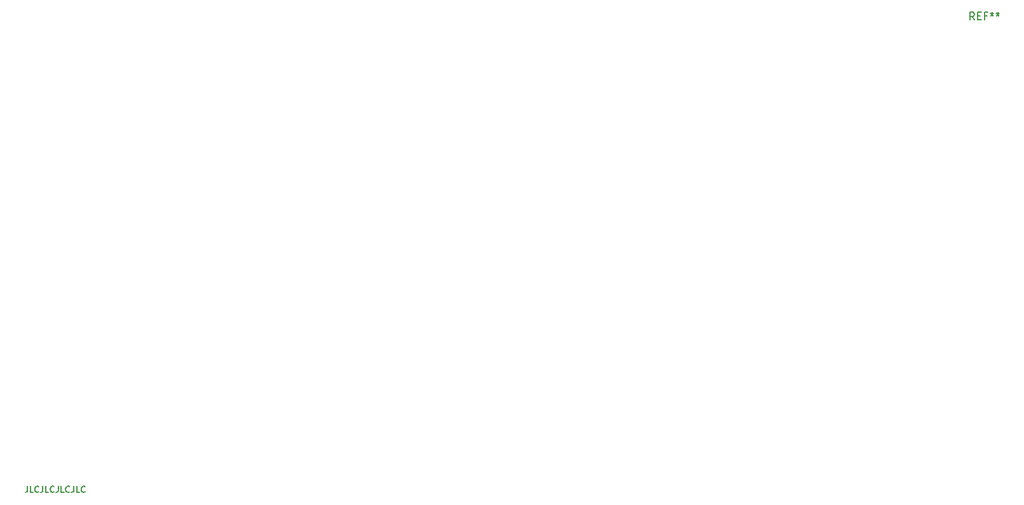
<source format=gbr>
G04 #@! TF.GenerationSoftware,KiCad,Pcbnew,6.0.1-79c1e3a40b~116~ubuntu21.10.1*
G04 #@! TF.CreationDate,2022-02-01T10:26:28+01:00*
G04 #@! TF.ProjectId,lumberjack-bottom,6c756d62-6572-46a6-9163-6b2d626f7474,1.5*
G04 #@! TF.SameCoordinates,Original*
G04 #@! TF.FileFunction,Legend,Top*
G04 #@! TF.FilePolarity,Positive*
%FSLAX46Y46*%
G04 Gerber Fmt 4.6, Leading zero omitted, Abs format (unit mm)*
G04 Created by KiCad (PCBNEW 6.0.1-79c1e3a40b~116~ubuntu21.10.1) date 2022-02-01 10:26:28*
%MOMM*%
%LPD*%
G01*
G04 APERTURE LIST*
%ADD10C,0.200000*%
%ADD11C,0.150000*%
%ADD12C,2.200000*%
G04 APERTURE END LIST*
D10*
X12309247Y-147250204D02*
X12309247Y-147821633D01*
X12271152Y-147935919D01*
X12194961Y-148012109D01*
X12080676Y-148050204D01*
X12004485Y-148050204D01*
X13071152Y-148050204D02*
X12690200Y-148050204D01*
X12690200Y-147250204D01*
X13794961Y-147974014D02*
X13756866Y-148012109D01*
X13642580Y-148050204D01*
X13566390Y-148050204D01*
X13452104Y-148012109D01*
X13375914Y-147935919D01*
X13337819Y-147859728D01*
X13299723Y-147707347D01*
X13299723Y-147593061D01*
X13337819Y-147440680D01*
X13375914Y-147364490D01*
X13452104Y-147288300D01*
X13566390Y-147250204D01*
X13642580Y-147250204D01*
X13756866Y-147288300D01*
X13794961Y-147326395D01*
X14366390Y-147250204D02*
X14366390Y-147821633D01*
X14328295Y-147935919D01*
X14252104Y-148012109D01*
X14137819Y-148050204D01*
X14061628Y-148050204D01*
X15128295Y-148050204D02*
X14747342Y-148050204D01*
X14747342Y-147250204D01*
X15852104Y-147974014D02*
X15814009Y-148012109D01*
X15699723Y-148050204D01*
X15623533Y-148050204D01*
X15509247Y-148012109D01*
X15433057Y-147935919D01*
X15394961Y-147859728D01*
X15356866Y-147707347D01*
X15356866Y-147593061D01*
X15394961Y-147440680D01*
X15433057Y-147364490D01*
X15509247Y-147288300D01*
X15623533Y-147250204D01*
X15699723Y-147250204D01*
X15814009Y-147288300D01*
X15852104Y-147326395D01*
X16423533Y-147250204D02*
X16423533Y-147821633D01*
X16385438Y-147935919D01*
X16309247Y-148012109D01*
X16194961Y-148050204D01*
X16118771Y-148050204D01*
X17185438Y-148050204D02*
X16804485Y-148050204D01*
X16804485Y-147250204D01*
X17909247Y-147974014D02*
X17871152Y-148012109D01*
X17756866Y-148050204D01*
X17680676Y-148050204D01*
X17566390Y-148012109D01*
X17490200Y-147935919D01*
X17452104Y-147859728D01*
X17414009Y-147707347D01*
X17414009Y-147593061D01*
X17452104Y-147440680D01*
X17490200Y-147364490D01*
X17566390Y-147288300D01*
X17680676Y-147250204D01*
X17756866Y-147250204D01*
X17871152Y-147288300D01*
X17909247Y-147326395D01*
X18480676Y-147250204D02*
X18480676Y-147821633D01*
X18442580Y-147935919D01*
X18366390Y-148012109D01*
X18252104Y-148050204D01*
X18175914Y-148050204D01*
X19242580Y-148050204D02*
X18861628Y-148050204D01*
X18861628Y-147250204D01*
X19966390Y-147974014D02*
X19928295Y-148012109D01*
X19814009Y-148050204D01*
X19737819Y-148050204D01*
X19623533Y-148012109D01*
X19547342Y-147935919D01*
X19509247Y-147859728D01*
X19471152Y-147707347D01*
X19471152Y-147593061D01*
X19509247Y-147440680D01*
X19547342Y-147364490D01*
X19623533Y-147288300D01*
X19737819Y-147250204D01*
X19814009Y-147250204D01*
X19928295Y-147288300D01*
X19966390Y-147326395D01*
D11*
X138446041Y-85010505D02*
X138112708Y-84534315D01*
X137874613Y-85010505D02*
X137874613Y-84010505D01*
X138255565Y-84010505D01*
X138350803Y-84058125D01*
X138398422Y-84105744D01*
X138446041Y-84200982D01*
X138446041Y-84343839D01*
X138398422Y-84439077D01*
X138350803Y-84486696D01*
X138255565Y-84534315D01*
X137874613Y-84534315D01*
X138874613Y-84486696D02*
X139207946Y-84486696D01*
X139350803Y-85010505D02*
X138874613Y-85010505D01*
X138874613Y-84010505D01*
X139350803Y-84010505D01*
X140112708Y-84486696D02*
X139779375Y-84486696D01*
X139779375Y-85010505D02*
X139779375Y-84010505D01*
X140255565Y-84010505D01*
X140779375Y-84010505D02*
X140779375Y-84248601D01*
X140541279Y-84153363D02*
X140779375Y-84248601D01*
X141017470Y-84153363D01*
X140636517Y-84439077D02*
X140779375Y-84248601D01*
X140922232Y-84439077D01*
X141541279Y-84010505D02*
X141541279Y-84248601D01*
X141303184Y-84153363D02*
X141541279Y-84248601D01*
X141779375Y-84153363D01*
X141398422Y-84439077D02*
X141541279Y-84248601D01*
X141684136Y-84439077D01*
%LPC*%
D12*
X128587608Y-59531300D03*
X176212648Y-59531300D03*
X128587608Y-144661059D03*
X176212648Y-144661059D03*
X276225224Y-73818804D03*
X28574968Y-73818750D03*
X28575016Y-130968852D03*
X276225224Y-130968852D03*
M02*

</source>
